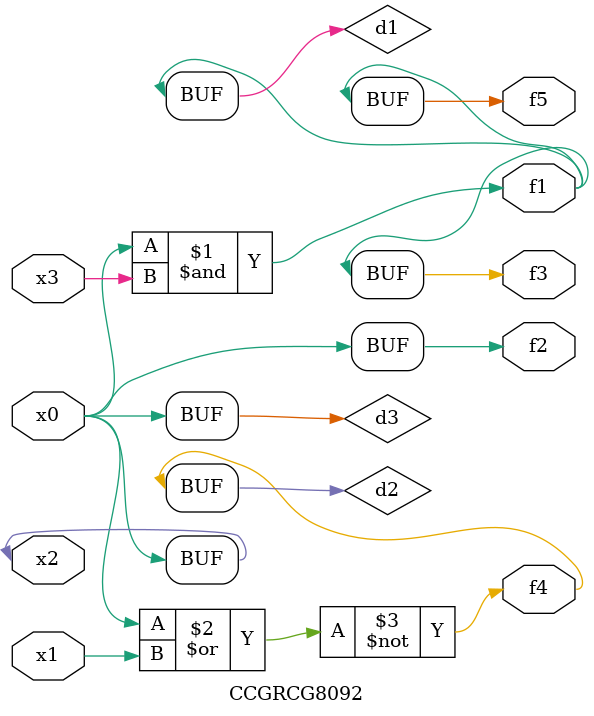
<source format=v>
module CCGRCG8092(
	input x0, x1, x2, x3,
	output f1, f2, f3, f4, f5
);

	wire d1, d2, d3;

	and (d1, x2, x3);
	nor (d2, x0, x1);
	buf (d3, x0, x2);
	assign f1 = d1;
	assign f2 = d3;
	assign f3 = d1;
	assign f4 = d2;
	assign f5 = d1;
endmodule

</source>
